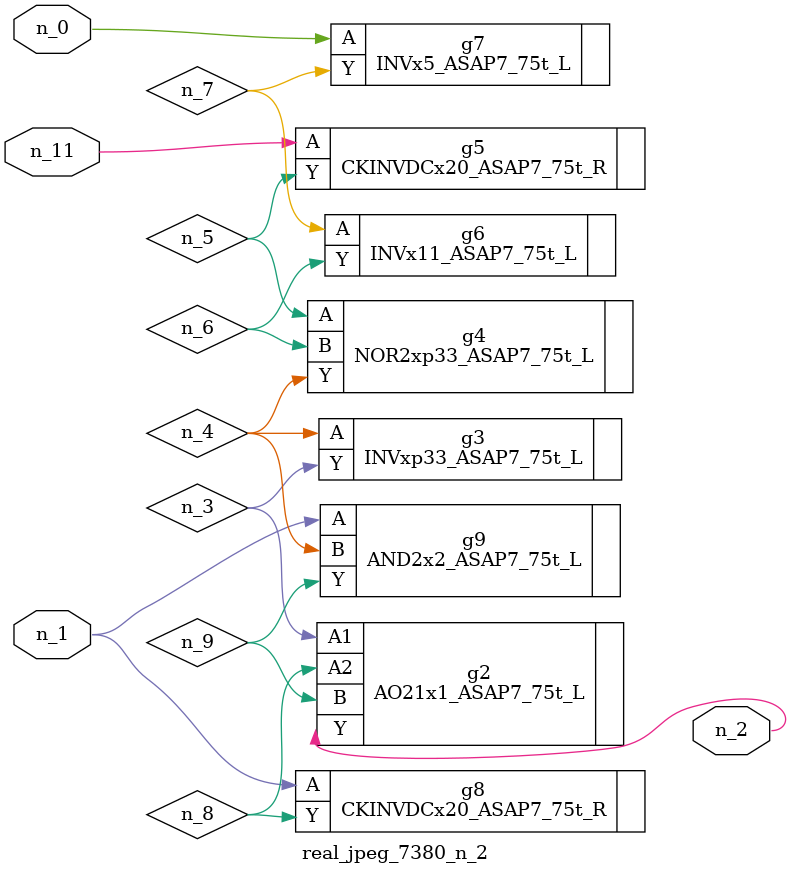
<source format=v>
module real_jpeg_7380_n_2 (n_1, n_11, n_0, n_2);

input n_1;
input n_11;
input n_0;

output n_2;

wire n_5;
wire n_8;
wire n_4;
wire n_6;
wire n_7;
wire n_3;
wire n_9;

INVx5_ASAP7_75t_L g7 ( 
.A(n_0),
.Y(n_7)
);

CKINVDCx20_ASAP7_75t_R g8 ( 
.A(n_1),
.Y(n_8)
);

AND2x2_ASAP7_75t_L g9 ( 
.A(n_1),
.B(n_4),
.Y(n_9)
);

AO21x1_ASAP7_75t_L g2 ( 
.A1(n_3),
.A2(n_8),
.B(n_9),
.Y(n_2)
);

INVxp33_ASAP7_75t_L g3 ( 
.A(n_4),
.Y(n_3)
);

NOR2xp33_ASAP7_75t_L g4 ( 
.A(n_5),
.B(n_6),
.Y(n_4)
);

INVx11_ASAP7_75t_L g6 ( 
.A(n_7),
.Y(n_6)
);

CKINVDCx20_ASAP7_75t_R g5 ( 
.A(n_11),
.Y(n_5)
);


endmodule
</source>
